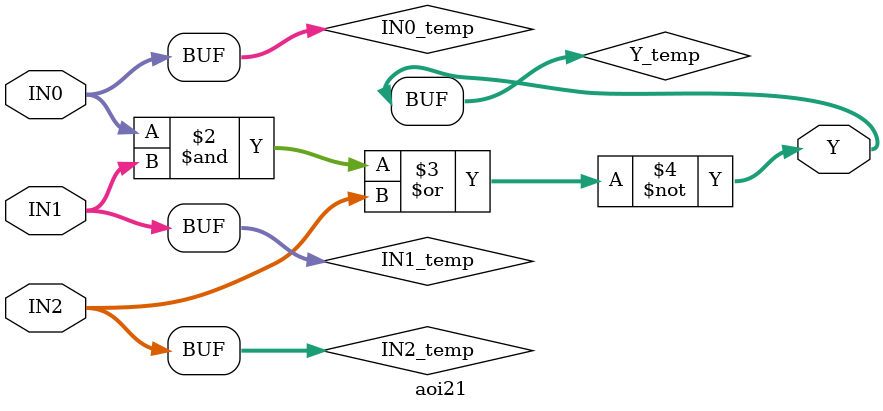
<source format=v>
module aoi21(IN0,IN1,IN2,Y);
  parameter N = 8;
  parameter DPFLAG = 1;
  parameter GROUP = "dpath1";
  parameter
        d_IN0 = 0,
        d_IN1 = 0,
        d_IN2 = 0,
        d_Y = 1;
  input [(N - 1):0] IN0;
  input [(N - 1):0] IN1;
  input [(N - 1):0] IN2;
  output [(N - 1):0] Y;
  wire [(N - 1):0] IN0_temp;
  wire [(N - 1):0] IN1_temp;
  wire [(N - 1):0] IN2_temp;
  reg [(N - 1):0] Y_temp;
  assign #(d_IN0) IN0_temp = IN0;
  assign #(d_IN1) IN1_temp = IN1;
  assign #(d_IN2) IN2_temp = IN2;
  assign #(d_Y) Y = Y_temp;
  always
    @(IN0_temp or IN1_temp or IN2_temp)
      begin
      Y_temp = ( ~ ((IN0_temp & IN1_temp) | IN2_temp));
      end
endmodule

</source>
